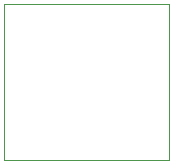
<source format=gbr>
G04*
G04 #@! TF.GenerationSoftware,Altium Limited,Altium Designer,23.3.1 (30)*
G04*
G04 Layer_Color=0*
%FSLAX44Y44*%
%MOMM*%
G71*
G04*
G04 #@! TF.SameCoordinates,A5132160-A96E-405E-B0A8-EF484DAADAF8*
G04*
G04*
G04 #@! TF.FilePolarity,Positive*
G04*
G01*
G75*
%ADD23C,0.0254*%
D23*
X0Y0D02*
X139700D01*
Y132080D01*
X0D01*
Y0D01*
M02*

</source>
